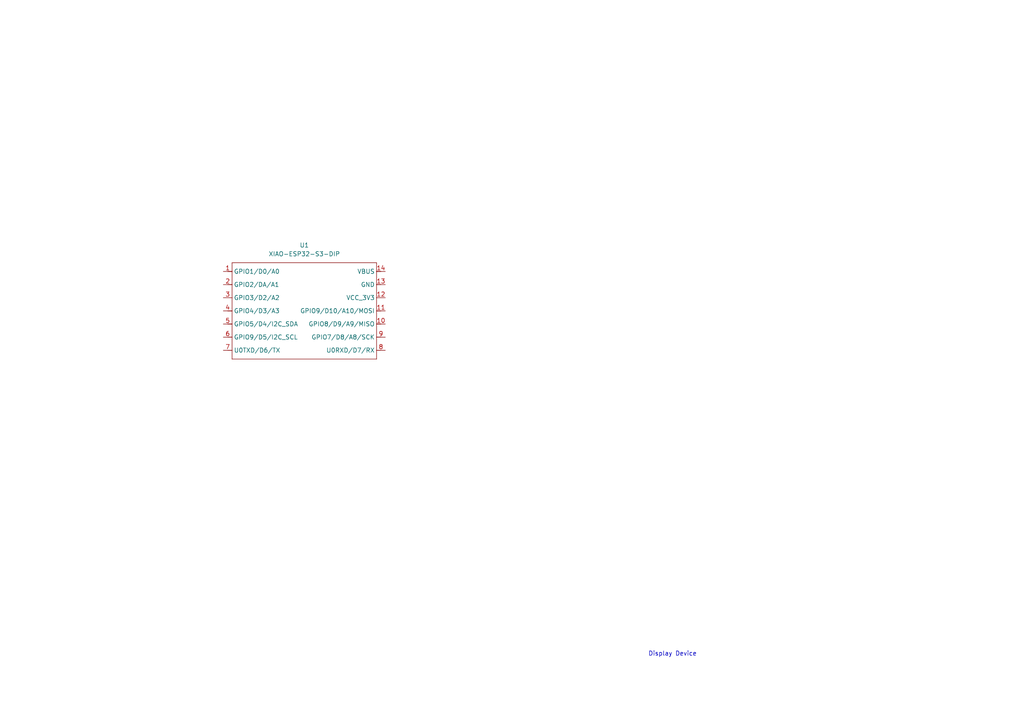
<source format=kicad_sch>
(kicad_sch (version 20231120) (generator "eeschema") (generator_version "8.0")
  (paper "A4")
  (lib_symbols
    (symbol "Seeed_Studio_XIAO_Series:XIAO-ESP32-S3-DIP"
      (property "Reference" "U" (at 1.27 0.508 0))
      (property "Value" "XIAO-ESP32-S3-DIP" (at 9.652 -1.778 0))
      (symbol "XIAO-ESP32-S3-DIP_1_0"
        (polyline (pts (xy 0 -30.48) (xy 0 -16.51)) (stroke (width 0.1524)))
        (polyline (pts (xy 0 -27.94) (xy -1.27 -27.94)) (stroke (width 0.1524)))
        (polyline (pts (xy 0 -24.13) (xy -1.27 -24.13)) (stroke (width 0.1524)))
        (polyline (pts (xy 0 -20.32) (xy -1.27 -20.32)) (stroke (width 0.1524)))
        (polyline (pts (xy 0 -16.51) (xy -1.27 -16.51)) (stroke (width 0.1524)))
        (polyline (pts (xy 0 -16.51) (xy 0 -12.7)) (stroke (width 0.1524)))
        (polyline (pts (xy 0 -12.7) (xy -1.27 -12.7)) (stroke (width 0.1524)))
        (polyline (pts (xy 0 -12.7) (xy 0 -8.89)) (stroke (width 0.1524)))
        (polyline (pts (xy 0 -8.89) (xy -1.27 -8.89)) (stroke (width 0.1524)))
        (polyline (pts (xy 0 -8.89) (xy 0 -5.08)) (stroke (width 0.1524)))
        (polyline (pts (xy 0 -5.08) (xy -1.27 -5.08)) (stroke (width 0.1524)))
        (polyline (pts (xy 0 -5.08) (xy 0 -2.54)) (stroke (width 0.1524)))
        (polyline (pts (xy 0 -2.54) (xy 41.91 -2.54)) (stroke (width 0.1524)))
        (polyline (pts (xy 41.91 -30.48) (xy 0 -30.48)) (stroke (width 0.1524)))
        (polyline (pts (xy 41.91 -12.7) (xy 41.91 -30.48)) (stroke (width 0.1524)))
        (polyline (pts (xy 41.91 -8.89) (xy 41.91 -12.7)) (stroke (width 0.1524)))
        (polyline (pts (xy 41.91 -5.08) (xy 41.91 -8.89)) (stroke (width 0.1524)))
        (polyline (pts (xy 41.91 -2.54) (xy 41.91 -5.08)) (stroke (width 0.1524)))
        (polyline (pts (xy 43.18 -27.94) (xy 41.91 -27.94)) (stroke (width 0.1524)))
        (polyline (pts (xy 43.18 -24.13) (xy 41.91 -24.13)) (stroke (width 0.1524)))
        (polyline (pts (xy 43.18 -20.32) (xy 41.91 -20.32)) (stroke (width 0.1524)))
        (polyline (pts (xy 43.18 -16.51) (xy 41.91 -16.51)) (stroke (width 0.1524)))
        (polyline (pts (xy 43.18 -12.7) (xy 41.91 -12.7)) (stroke (width 0.1524)))
        (polyline (pts (xy 43.18 -8.89) (xy 41.91 -8.89)) (stroke (width 0.1524)))
        (polyline (pts (xy 43.18 -5.08) (xy 41.91 -5.08)) (stroke (width 0.1524)))
        (pin passive line (at -2.54 -5.08 0) (length 2.54) (name "GPIO1/D0/A0") (number "1"))
        (pin passive line (at 44.45 -20.32 180) (length 2.54) (name "GPIO8/D9/A9/MISO") (number "10"))
        (pin passive line (at 44.45 -16.51 180) (length 2.54) (name "GPIO9/D10/A10/MOSI") (number "11"))
        (pin passive line (at 44.45 -12.7 180) (length 2.54) (name "VCC_3V3") (number "12"))
        (pin passive line (at 44.45 -8.89 180) (length 2.54) (name "GND") (number "13"))
        (pin passive line (at 44.45 -5.08 180) (length 2.54) (name "VBUS") (number "14"))
        (pin passive line (at -2.54 -8.89 0) (length 2.54) (name "GPIO2/DA/A1") (number "2"))
        (pin passive line (at -2.54 -12.7 0) (length 2.54) (name "GPIO3/D2/A2") (number "3"))
        (pin passive line (at -2.54 -16.51 0) (length 2.54) (name "GPIO4/D3/A3") (number "4"))
        (pin passive line (at -2.54 -20.32 0) (length 2.54) (name "GPIO5/D4/I2C_SDA") (number "5"))
        (pin passive line (at -2.54 -24.13 0) (length 2.54) (name "GPIO9/D5/I2C_SCL") (number "6"))
        (pin passive line (at -2.54 -27.94 0) (length 2.54) (name "U0TXD/D6/TX") (number "7"))
        (pin passive line (at 44.45 -27.94 180) (length 2.54) (name "U0RXD/D7/RX") (number "8"))
        (pin passive line (at 44.45 -24.13 180) (length 2.54) (name "GPIO7/D8/A8/SCK") (number "9"))
      )
    )
  )
  (text "Display Device" (at 195.072 189.738 0) (effects (font (size 1.27 1.27))))
  (symbol (lib_id "Seeed_Studio_XIAO_Series:XIAO-ESP32-S3-DIP") (at 67.31 73.66 0) (unit 1)
    (property "Reference" "U1" (at 88.265 71.12 0))
    (property "Value" "XIAO-ESP32-S3-DIP" (at 88.265 73.66 0))
    (property "Footprint" "Seeed Studio XIAO Series Library:XIAO-ESP32S3-DIP" (effects (hide yes)))
  )
)
</source>
